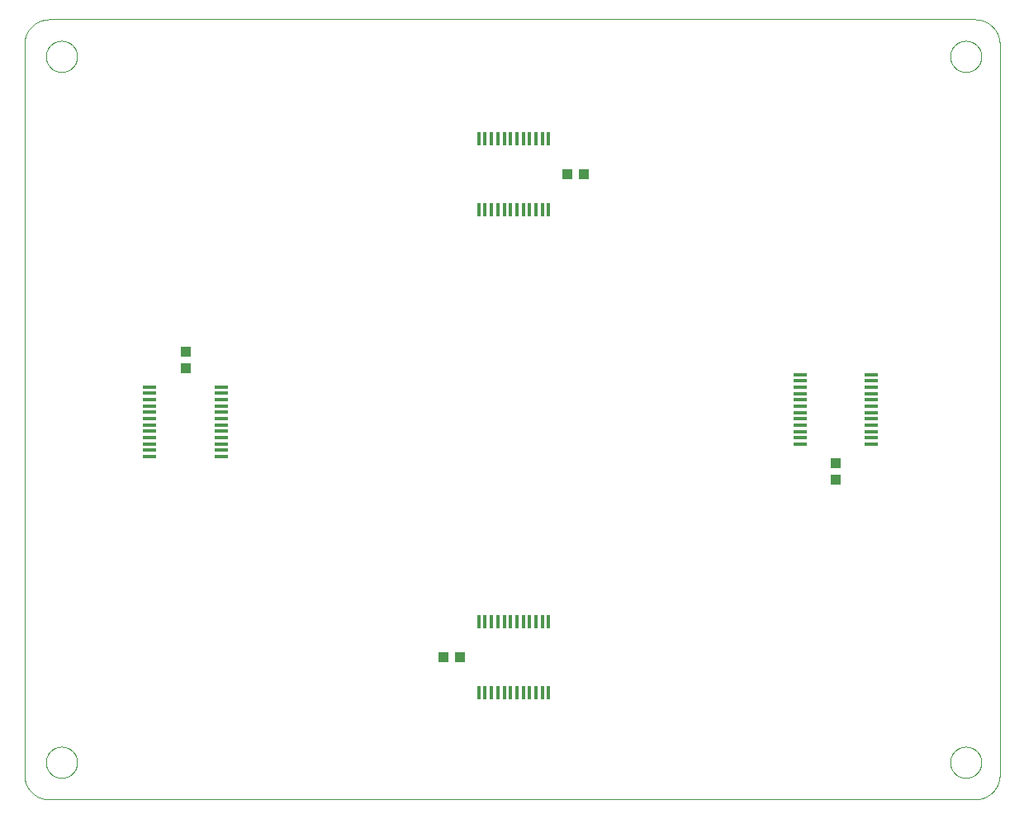
<source format=gtp>
G75*
%MOIN*%
%OFA0B0*%
%FSLAX25Y25*%
%IPPOS*%
%LPD*%
%AMOC8*
5,1,8,0,0,1.08239X$1,22.5*
%
%ADD10C,0.00000*%
%ADD11R,0.01370X0.05500*%
%ADD12R,0.04331X0.03937*%
%ADD13R,0.05500X0.01370*%
%ADD14R,0.03937X0.04331*%
D10*
X0086433Y0068933D02*
X0086433Y0363894D01*
X0086436Y0364136D01*
X0086445Y0364377D01*
X0086459Y0364618D01*
X0086480Y0364859D01*
X0086506Y0365099D01*
X0086538Y0365339D01*
X0086576Y0365578D01*
X0086619Y0365815D01*
X0086669Y0366052D01*
X0086724Y0366287D01*
X0086784Y0366521D01*
X0086851Y0366753D01*
X0086922Y0366984D01*
X0087000Y0367213D01*
X0087083Y0367440D01*
X0087171Y0367665D01*
X0087265Y0367888D01*
X0087364Y0368108D01*
X0087469Y0368326D01*
X0087578Y0368541D01*
X0087693Y0368754D01*
X0087813Y0368964D01*
X0087938Y0369170D01*
X0088068Y0369374D01*
X0088203Y0369575D01*
X0088343Y0369772D01*
X0088487Y0369966D01*
X0088636Y0370156D01*
X0088790Y0370342D01*
X0088948Y0370525D01*
X0089110Y0370704D01*
X0089277Y0370879D01*
X0089448Y0371050D01*
X0089623Y0371217D01*
X0089802Y0371379D01*
X0089985Y0371537D01*
X0090171Y0371691D01*
X0090361Y0371840D01*
X0090555Y0371984D01*
X0090752Y0372124D01*
X0090953Y0372259D01*
X0091157Y0372389D01*
X0091363Y0372514D01*
X0091573Y0372634D01*
X0091786Y0372749D01*
X0092001Y0372858D01*
X0092219Y0372963D01*
X0092439Y0373062D01*
X0092662Y0373156D01*
X0092887Y0373244D01*
X0093114Y0373327D01*
X0093343Y0373405D01*
X0093574Y0373476D01*
X0093806Y0373543D01*
X0094040Y0373603D01*
X0094275Y0373658D01*
X0094512Y0373708D01*
X0094749Y0373751D01*
X0094988Y0373789D01*
X0095228Y0373821D01*
X0095468Y0373847D01*
X0095709Y0373868D01*
X0095950Y0373882D01*
X0096191Y0373891D01*
X0096433Y0373894D01*
X0470134Y0373894D01*
X0470376Y0373891D01*
X0470617Y0373882D01*
X0470858Y0373868D01*
X0471099Y0373847D01*
X0471339Y0373821D01*
X0471579Y0373789D01*
X0471818Y0373751D01*
X0472055Y0373708D01*
X0472292Y0373658D01*
X0472527Y0373603D01*
X0472761Y0373543D01*
X0472993Y0373476D01*
X0473224Y0373405D01*
X0473453Y0373327D01*
X0473680Y0373244D01*
X0473905Y0373156D01*
X0474128Y0373062D01*
X0474348Y0372963D01*
X0474566Y0372858D01*
X0474781Y0372749D01*
X0474994Y0372634D01*
X0475204Y0372514D01*
X0475410Y0372389D01*
X0475614Y0372259D01*
X0475815Y0372124D01*
X0476012Y0371984D01*
X0476206Y0371840D01*
X0476396Y0371691D01*
X0476582Y0371537D01*
X0476765Y0371379D01*
X0476944Y0371217D01*
X0477119Y0371050D01*
X0477290Y0370879D01*
X0477457Y0370704D01*
X0477619Y0370525D01*
X0477777Y0370342D01*
X0477931Y0370156D01*
X0478080Y0369966D01*
X0478224Y0369772D01*
X0478364Y0369575D01*
X0478499Y0369374D01*
X0478629Y0369170D01*
X0478754Y0368964D01*
X0478874Y0368754D01*
X0478989Y0368541D01*
X0479098Y0368326D01*
X0479203Y0368108D01*
X0479302Y0367888D01*
X0479396Y0367665D01*
X0479484Y0367440D01*
X0479567Y0367213D01*
X0479645Y0366984D01*
X0479716Y0366753D01*
X0479783Y0366521D01*
X0479843Y0366287D01*
X0479898Y0366052D01*
X0479948Y0365815D01*
X0479991Y0365578D01*
X0480029Y0365339D01*
X0480061Y0365099D01*
X0480087Y0364859D01*
X0480108Y0364618D01*
X0480122Y0364377D01*
X0480131Y0364136D01*
X0480134Y0363894D01*
X0480134Y0068933D01*
X0480131Y0068691D01*
X0480122Y0068450D01*
X0480108Y0068209D01*
X0480087Y0067968D01*
X0480061Y0067728D01*
X0480029Y0067488D01*
X0479991Y0067249D01*
X0479948Y0067012D01*
X0479898Y0066775D01*
X0479843Y0066540D01*
X0479783Y0066306D01*
X0479716Y0066074D01*
X0479645Y0065843D01*
X0479567Y0065614D01*
X0479484Y0065387D01*
X0479396Y0065162D01*
X0479302Y0064939D01*
X0479203Y0064719D01*
X0479098Y0064501D01*
X0478989Y0064286D01*
X0478874Y0064073D01*
X0478754Y0063863D01*
X0478629Y0063657D01*
X0478499Y0063453D01*
X0478364Y0063252D01*
X0478224Y0063055D01*
X0478080Y0062861D01*
X0477931Y0062671D01*
X0477777Y0062485D01*
X0477619Y0062302D01*
X0477457Y0062123D01*
X0477290Y0061948D01*
X0477119Y0061777D01*
X0476944Y0061610D01*
X0476765Y0061448D01*
X0476582Y0061290D01*
X0476396Y0061136D01*
X0476206Y0060987D01*
X0476012Y0060843D01*
X0475815Y0060703D01*
X0475614Y0060568D01*
X0475410Y0060438D01*
X0475204Y0060313D01*
X0474994Y0060193D01*
X0474781Y0060078D01*
X0474566Y0059969D01*
X0474348Y0059864D01*
X0474128Y0059765D01*
X0473905Y0059671D01*
X0473680Y0059583D01*
X0473453Y0059500D01*
X0473224Y0059422D01*
X0472993Y0059351D01*
X0472761Y0059284D01*
X0472527Y0059224D01*
X0472292Y0059169D01*
X0472055Y0059119D01*
X0471818Y0059076D01*
X0471579Y0059038D01*
X0471339Y0059006D01*
X0471099Y0058980D01*
X0470858Y0058959D01*
X0470617Y0058945D01*
X0470376Y0058936D01*
X0470134Y0058933D01*
X0096433Y0058933D01*
X0096191Y0058936D01*
X0095950Y0058945D01*
X0095709Y0058959D01*
X0095468Y0058980D01*
X0095228Y0059006D01*
X0094988Y0059038D01*
X0094749Y0059076D01*
X0094512Y0059119D01*
X0094275Y0059169D01*
X0094040Y0059224D01*
X0093806Y0059284D01*
X0093574Y0059351D01*
X0093343Y0059422D01*
X0093114Y0059500D01*
X0092887Y0059583D01*
X0092662Y0059671D01*
X0092439Y0059765D01*
X0092219Y0059864D01*
X0092001Y0059969D01*
X0091786Y0060078D01*
X0091573Y0060193D01*
X0091363Y0060313D01*
X0091157Y0060438D01*
X0090953Y0060568D01*
X0090752Y0060703D01*
X0090555Y0060843D01*
X0090361Y0060987D01*
X0090171Y0061136D01*
X0089985Y0061290D01*
X0089802Y0061448D01*
X0089623Y0061610D01*
X0089448Y0061777D01*
X0089277Y0061948D01*
X0089110Y0062123D01*
X0088948Y0062302D01*
X0088790Y0062485D01*
X0088636Y0062671D01*
X0088487Y0062861D01*
X0088343Y0063055D01*
X0088203Y0063252D01*
X0088068Y0063453D01*
X0087938Y0063657D01*
X0087813Y0063863D01*
X0087693Y0064073D01*
X0087578Y0064286D01*
X0087469Y0064501D01*
X0087364Y0064719D01*
X0087265Y0064939D01*
X0087171Y0065162D01*
X0087083Y0065387D01*
X0087000Y0065614D01*
X0086922Y0065843D01*
X0086851Y0066074D01*
X0086784Y0066306D01*
X0086724Y0066540D01*
X0086669Y0066775D01*
X0086619Y0067012D01*
X0086576Y0067249D01*
X0086538Y0067488D01*
X0086506Y0067728D01*
X0086480Y0067968D01*
X0086459Y0068209D01*
X0086445Y0068450D01*
X0086436Y0068691D01*
X0086433Y0068933D01*
X0095134Y0073933D02*
X0095136Y0074091D01*
X0095142Y0074249D01*
X0095152Y0074407D01*
X0095166Y0074565D01*
X0095184Y0074722D01*
X0095205Y0074879D01*
X0095231Y0075035D01*
X0095261Y0075191D01*
X0095294Y0075346D01*
X0095332Y0075499D01*
X0095373Y0075652D01*
X0095418Y0075804D01*
X0095467Y0075955D01*
X0095520Y0076104D01*
X0095576Y0076252D01*
X0095636Y0076398D01*
X0095700Y0076543D01*
X0095768Y0076686D01*
X0095839Y0076828D01*
X0095913Y0076968D01*
X0095991Y0077105D01*
X0096073Y0077241D01*
X0096157Y0077375D01*
X0096246Y0077506D01*
X0096337Y0077635D01*
X0096432Y0077762D01*
X0096529Y0077887D01*
X0096630Y0078009D01*
X0096734Y0078128D01*
X0096841Y0078245D01*
X0096951Y0078359D01*
X0097064Y0078470D01*
X0097179Y0078579D01*
X0097297Y0078684D01*
X0097418Y0078786D01*
X0097541Y0078886D01*
X0097667Y0078982D01*
X0097795Y0079075D01*
X0097925Y0079165D01*
X0098058Y0079251D01*
X0098193Y0079335D01*
X0098329Y0079414D01*
X0098468Y0079491D01*
X0098609Y0079563D01*
X0098751Y0079633D01*
X0098895Y0079698D01*
X0099041Y0079760D01*
X0099188Y0079818D01*
X0099337Y0079873D01*
X0099487Y0079924D01*
X0099638Y0079971D01*
X0099790Y0080014D01*
X0099943Y0080053D01*
X0100098Y0080089D01*
X0100253Y0080120D01*
X0100409Y0080148D01*
X0100565Y0080172D01*
X0100722Y0080192D01*
X0100880Y0080208D01*
X0101037Y0080220D01*
X0101196Y0080228D01*
X0101354Y0080232D01*
X0101512Y0080232D01*
X0101670Y0080228D01*
X0101829Y0080220D01*
X0101986Y0080208D01*
X0102144Y0080192D01*
X0102301Y0080172D01*
X0102457Y0080148D01*
X0102613Y0080120D01*
X0102768Y0080089D01*
X0102923Y0080053D01*
X0103076Y0080014D01*
X0103228Y0079971D01*
X0103379Y0079924D01*
X0103529Y0079873D01*
X0103678Y0079818D01*
X0103825Y0079760D01*
X0103971Y0079698D01*
X0104115Y0079633D01*
X0104257Y0079563D01*
X0104398Y0079491D01*
X0104537Y0079414D01*
X0104673Y0079335D01*
X0104808Y0079251D01*
X0104941Y0079165D01*
X0105071Y0079075D01*
X0105199Y0078982D01*
X0105325Y0078886D01*
X0105448Y0078786D01*
X0105569Y0078684D01*
X0105687Y0078579D01*
X0105802Y0078470D01*
X0105915Y0078359D01*
X0106025Y0078245D01*
X0106132Y0078128D01*
X0106236Y0078009D01*
X0106337Y0077887D01*
X0106434Y0077762D01*
X0106529Y0077635D01*
X0106620Y0077506D01*
X0106709Y0077375D01*
X0106793Y0077241D01*
X0106875Y0077105D01*
X0106953Y0076968D01*
X0107027Y0076828D01*
X0107098Y0076686D01*
X0107166Y0076543D01*
X0107230Y0076398D01*
X0107290Y0076252D01*
X0107346Y0076104D01*
X0107399Y0075955D01*
X0107448Y0075804D01*
X0107493Y0075652D01*
X0107534Y0075499D01*
X0107572Y0075346D01*
X0107605Y0075191D01*
X0107635Y0075035D01*
X0107661Y0074879D01*
X0107682Y0074722D01*
X0107700Y0074565D01*
X0107714Y0074407D01*
X0107724Y0074249D01*
X0107730Y0074091D01*
X0107732Y0073933D01*
X0107730Y0073775D01*
X0107724Y0073617D01*
X0107714Y0073459D01*
X0107700Y0073301D01*
X0107682Y0073144D01*
X0107661Y0072987D01*
X0107635Y0072831D01*
X0107605Y0072675D01*
X0107572Y0072520D01*
X0107534Y0072367D01*
X0107493Y0072214D01*
X0107448Y0072062D01*
X0107399Y0071911D01*
X0107346Y0071762D01*
X0107290Y0071614D01*
X0107230Y0071468D01*
X0107166Y0071323D01*
X0107098Y0071180D01*
X0107027Y0071038D01*
X0106953Y0070898D01*
X0106875Y0070761D01*
X0106793Y0070625D01*
X0106709Y0070491D01*
X0106620Y0070360D01*
X0106529Y0070231D01*
X0106434Y0070104D01*
X0106337Y0069979D01*
X0106236Y0069857D01*
X0106132Y0069738D01*
X0106025Y0069621D01*
X0105915Y0069507D01*
X0105802Y0069396D01*
X0105687Y0069287D01*
X0105569Y0069182D01*
X0105448Y0069080D01*
X0105325Y0068980D01*
X0105199Y0068884D01*
X0105071Y0068791D01*
X0104941Y0068701D01*
X0104808Y0068615D01*
X0104673Y0068531D01*
X0104537Y0068452D01*
X0104398Y0068375D01*
X0104257Y0068303D01*
X0104115Y0068233D01*
X0103971Y0068168D01*
X0103825Y0068106D01*
X0103678Y0068048D01*
X0103529Y0067993D01*
X0103379Y0067942D01*
X0103228Y0067895D01*
X0103076Y0067852D01*
X0102923Y0067813D01*
X0102768Y0067777D01*
X0102613Y0067746D01*
X0102457Y0067718D01*
X0102301Y0067694D01*
X0102144Y0067674D01*
X0101986Y0067658D01*
X0101829Y0067646D01*
X0101670Y0067638D01*
X0101512Y0067634D01*
X0101354Y0067634D01*
X0101196Y0067638D01*
X0101037Y0067646D01*
X0100880Y0067658D01*
X0100722Y0067674D01*
X0100565Y0067694D01*
X0100409Y0067718D01*
X0100253Y0067746D01*
X0100098Y0067777D01*
X0099943Y0067813D01*
X0099790Y0067852D01*
X0099638Y0067895D01*
X0099487Y0067942D01*
X0099337Y0067993D01*
X0099188Y0068048D01*
X0099041Y0068106D01*
X0098895Y0068168D01*
X0098751Y0068233D01*
X0098609Y0068303D01*
X0098468Y0068375D01*
X0098329Y0068452D01*
X0098193Y0068531D01*
X0098058Y0068615D01*
X0097925Y0068701D01*
X0097795Y0068791D01*
X0097667Y0068884D01*
X0097541Y0068980D01*
X0097418Y0069080D01*
X0097297Y0069182D01*
X0097179Y0069287D01*
X0097064Y0069396D01*
X0096951Y0069507D01*
X0096841Y0069621D01*
X0096734Y0069738D01*
X0096630Y0069857D01*
X0096529Y0069979D01*
X0096432Y0070104D01*
X0096337Y0070231D01*
X0096246Y0070360D01*
X0096157Y0070491D01*
X0096073Y0070625D01*
X0095991Y0070761D01*
X0095913Y0070898D01*
X0095839Y0071038D01*
X0095768Y0071180D01*
X0095700Y0071323D01*
X0095636Y0071468D01*
X0095576Y0071614D01*
X0095520Y0071762D01*
X0095467Y0071911D01*
X0095418Y0072062D01*
X0095373Y0072214D01*
X0095332Y0072367D01*
X0095294Y0072520D01*
X0095261Y0072675D01*
X0095231Y0072831D01*
X0095205Y0072987D01*
X0095184Y0073144D01*
X0095166Y0073301D01*
X0095152Y0073459D01*
X0095142Y0073617D01*
X0095136Y0073775D01*
X0095134Y0073933D01*
X0460134Y0073933D02*
X0460136Y0074091D01*
X0460142Y0074249D01*
X0460152Y0074407D01*
X0460166Y0074565D01*
X0460184Y0074722D01*
X0460205Y0074879D01*
X0460231Y0075035D01*
X0460261Y0075191D01*
X0460294Y0075346D01*
X0460332Y0075499D01*
X0460373Y0075652D01*
X0460418Y0075804D01*
X0460467Y0075955D01*
X0460520Y0076104D01*
X0460576Y0076252D01*
X0460636Y0076398D01*
X0460700Y0076543D01*
X0460768Y0076686D01*
X0460839Y0076828D01*
X0460913Y0076968D01*
X0460991Y0077105D01*
X0461073Y0077241D01*
X0461157Y0077375D01*
X0461246Y0077506D01*
X0461337Y0077635D01*
X0461432Y0077762D01*
X0461529Y0077887D01*
X0461630Y0078009D01*
X0461734Y0078128D01*
X0461841Y0078245D01*
X0461951Y0078359D01*
X0462064Y0078470D01*
X0462179Y0078579D01*
X0462297Y0078684D01*
X0462418Y0078786D01*
X0462541Y0078886D01*
X0462667Y0078982D01*
X0462795Y0079075D01*
X0462925Y0079165D01*
X0463058Y0079251D01*
X0463193Y0079335D01*
X0463329Y0079414D01*
X0463468Y0079491D01*
X0463609Y0079563D01*
X0463751Y0079633D01*
X0463895Y0079698D01*
X0464041Y0079760D01*
X0464188Y0079818D01*
X0464337Y0079873D01*
X0464487Y0079924D01*
X0464638Y0079971D01*
X0464790Y0080014D01*
X0464943Y0080053D01*
X0465098Y0080089D01*
X0465253Y0080120D01*
X0465409Y0080148D01*
X0465565Y0080172D01*
X0465722Y0080192D01*
X0465880Y0080208D01*
X0466037Y0080220D01*
X0466196Y0080228D01*
X0466354Y0080232D01*
X0466512Y0080232D01*
X0466670Y0080228D01*
X0466829Y0080220D01*
X0466986Y0080208D01*
X0467144Y0080192D01*
X0467301Y0080172D01*
X0467457Y0080148D01*
X0467613Y0080120D01*
X0467768Y0080089D01*
X0467923Y0080053D01*
X0468076Y0080014D01*
X0468228Y0079971D01*
X0468379Y0079924D01*
X0468529Y0079873D01*
X0468678Y0079818D01*
X0468825Y0079760D01*
X0468971Y0079698D01*
X0469115Y0079633D01*
X0469257Y0079563D01*
X0469398Y0079491D01*
X0469537Y0079414D01*
X0469673Y0079335D01*
X0469808Y0079251D01*
X0469941Y0079165D01*
X0470071Y0079075D01*
X0470199Y0078982D01*
X0470325Y0078886D01*
X0470448Y0078786D01*
X0470569Y0078684D01*
X0470687Y0078579D01*
X0470802Y0078470D01*
X0470915Y0078359D01*
X0471025Y0078245D01*
X0471132Y0078128D01*
X0471236Y0078009D01*
X0471337Y0077887D01*
X0471434Y0077762D01*
X0471529Y0077635D01*
X0471620Y0077506D01*
X0471709Y0077375D01*
X0471793Y0077241D01*
X0471875Y0077105D01*
X0471953Y0076968D01*
X0472027Y0076828D01*
X0472098Y0076686D01*
X0472166Y0076543D01*
X0472230Y0076398D01*
X0472290Y0076252D01*
X0472346Y0076104D01*
X0472399Y0075955D01*
X0472448Y0075804D01*
X0472493Y0075652D01*
X0472534Y0075499D01*
X0472572Y0075346D01*
X0472605Y0075191D01*
X0472635Y0075035D01*
X0472661Y0074879D01*
X0472682Y0074722D01*
X0472700Y0074565D01*
X0472714Y0074407D01*
X0472724Y0074249D01*
X0472730Y0074091D01*
X0472732Y0073933D01*
X0472730Y0073775D01*
X0472724Y0073617D01*
X0472714Y0073459D01*
X0472700Y0073301D01*
X0472682Y0073144D01*
X0472661Y0072987D01*
X0472635Y0072831D01*
X0472605Y0072675D01*
X0472572Y0072520D01*
X0472534Y0072367D01*
X0472493Y0072214D01*
X0472448Y0072062D01*
X0472399Y0071911D01*
X0472346Y0071762D01*
X0472290Y0071614D01*
X0472230Y0071468D01*
X0472166Y0071323D01*
X0472098Y0071180D01*
X0472027Y0071038D01*
X0471953Y0070898D01*
X0471875Y0070761D01*
X0471793Y0070625D01*
X0471709Y0070491D01*
X0471620Y0070360D01*
X0471529Y0070231D01*
X0471434Y0070104D01*
X0471337Y0069979D01*
X0471236Y0069857D01*
X0471132Y0069738D01*
X0471025Y0069621D01*
X0470915Y0069507D01*
X0470802Y0069396D01*
X0470687Y0069287D01*
X0470569Y0069182D01*
X0470448Y0069080D01*
X0470325Y0068980D01*
X0470199Y0068884D01*
X0470071Y0068791D01*
X0469941Y0068701D01*
X0469808Y0068615D01*
X0469673Y0068531D01*
X0469537Y0068452D01*
X0469398Y0068375D01*
X0469257Y0068303D01*
X0469115Y0068233D01*
X0468971Y0068168D01*
X0468825Y0068106D01*
X0468678Y0068048D01*
X0468529Y0067993D01*
X0468379Y0067942D01*
X0468228Y0067895D01*
X0468076Y0067852D01*
X0467923Y0067813D01*
X0467768Y0067777D01*
X0467613Y0067746D01*
X0467457Y0067718D01*
X0467301Y0067694D01*
X0467144Y0067674D01*
X0466986Y0067658D01*
X0466829Y0067646D01*
X0466670Y0067638D01*
X0466512Y0067634D01*
X0466354Y0067634D01*
X0466196Y0067638D01*
X0466037Y0067646D01*
X0465880Y0067658D01*
X0465722Y0067674D01*
X0465565Y0067694D01*
X0465409Y0067718D01*
X0465253Y0067746D01*
X0465098Y0067777D01*
X0464943Y0067813D01*
X0464790Y0067852D01*
X0464638Y0067895D01*
X0464487Y0067942D01*
X0464337Y0067993D01*
X0464188Y0068048D01*
X0464041Y0068106D01*
X0463895Y0068168D01*
X0463751Y0068233D01*
X0463609Y0068303D01*
X0463468Y0068375D01*
X0463329Y0068452D01*
X0463193Y0068531D01*
X0463058Y0068615D01*
X0462925Y0068701D01*
X0462795Y0068791D01*
X0462667Y0068884D01*
X0462541Y0068980D01*
X0462418Y0069080D01*
X0462297Y0069182D01*
X0462179Y0069287D01*
X0462064Y0069396D01*
X0461951Y0069507D01*
X0461841Y0069621D01*
X0461734Y0069738D01*
X0461630Y0069857D01*
X0461529Y0069979D01*
X0461432Y0070104D01*
X0461337Y0070231D01*
X0461246Y0070360D01*
X0461157Y0070491D01*
X0461073Y0070625D01*
X0460991Y0070761D01*
X0460913Y0070898D01*
X0460839Y0071038D01*
X0460768Y0071180D01*
X0460700Y0071323D01*
X0460636Y0071468D01*
X0460576Y0071614D01*
X0460520Y0071762D01*
X0460467Y0071911D01*
X0460418Y0072062D01*
X0460373Y0072214D01*
X0460332Y0072367D01*
X0460294Y0072520D01*
X0460261Y0072675D01*
X0460231Y0072831D01*
X0460205Y0072987D01*
X0460184Y0073144D01*
X0460166Y0073301D01*
X0460152Y0073459D01*
X0460142Y0073617D01*
X0460136Y0073775D01*
X0460134Y0073933D01*
X0460134Y0358933D02*
X0460136Y0359091D01*
X0460142Y0359249D01*
X0460152Y0359407D01*
X0460166Y0359565D01*
X0460184Y0359722D01*
X0460205Y0359879D01*
X0460231Y0360035D01*
X0460261Y0360191D01*
X0460294Y0360346D01*
X0460332Y0360499D01*
X0460373Y0360652D01*
X0460418Y0360804D01*
X0460467Y0360955D01*
X0460520Y0361104D01*
X0460576Y0361252D01*
X0460636Y0361398D01*
X0460700Y0361543D01*
X0460768Y0361686D01*
X0460839Y0361828D01*
X0460913Y0361968D01*
X0460991Y0362105D01*
X0461073Y0362241D01*
X0461157Y0362375D01*
X0461246Y0362506D01*
X0461337Y0362635D01*
X0461432Y0362762D01*
X0461529Y0362887D01*
X0461630Y0363009D01*
X0461734Y0363128D01*
X0461841Y0363245D01*
X0461951Y0363359D01*
X0462064Y0363470D01*
X0462179Y0363579D01*
X0462297Y0363684D01*
X0462418Y0363786D01*
X0462541Y0363886D01*
X0462667Y0363982D01*
X0462795Y0364075D01*
X0462925Y0364165D01*
X0463058Y0364251D01*
X0463193Y0364335D01*
X0463329Y0364414D01*
X0463468Y0364491D01*
X0463609Y0364563D01*
X0463751Y0364633D01*
X0463895Y0364698D01*
X0464041Y0364760D01*
X0464188Y0364818D01*
X0464337Y0364873D01*
X0464487Y0364924D01*
X0464638Y0364971D01*
X0464790Y0365014D01*
X0464943Y0365053D01*
X0465098Y0365089D01*
X0465253Y0365120D01*
X0465409Y0365148D01*
X0465565Y0365172D01*
X0465722Y0365192D01*
X0465880Y0365208D01*
X0466037Y0365220D01*
X0466196Y0365228D01*
X0466354Y0365232D01*
X0466512Y0365232D01*
X0466670Y0365228D01*
X0466829Y0365220D01*
X0466986Y0365208D01*
X0467144Y0365192D01*
X0467301Y0365172D01*
X0467457Y0365148D01*
X0467613Y0365120D01*
X0467768Y0365089D01*
X0467923Y0365053D01*
X0468076Y0365014D01*
X0468228Y0364971D01*
X0468379Y0364924D01*
X0468529Y0364873D01*
X0468678Y0364818D01*
X0468825Y0364760D01*
X0468971Y0364698D01*
X0469115Y0364633D01*
X0469257Y0364563D01*
X0469398Y0364491D01*
X0469537Y0364414D01*
X0469673Y0364335D01*
X0469808Y0364251D01*
X0469941Y0364165D01*
X0470071Y0364075D01*
X0470199Y0363982D01*
X0470325Y0363886D01*
X0470448Y0363786D01*
X0470569Y0363684D01*
X0470687Y0363579D01*
X0470802Y0363470D01*
X0470915Y0363359D01*
X0471025Y0363245D01*
X0471132Y0363128D01*
X0471236Y0363009D01*
X0471337Y0362887D01*
X0471434Y0362762D01*
X0471529Y0362635D01*
X0471620Y0362506D01*
X0471709Y0362375D01*
X0471793Y0362241D01*
X0471875Y0362105D01*
X0471953Y0361968D01*
X0472027Y0361828D01*
X0472098Y0361686D01*
X0472166Y0361543D01*
X0472230Y0361398D01*
X0472290Y0361252D01*
X0472346Y0361104D01*
X0472399Y0360955D01*
X0472448Y0360804D01*
X0472493Y0360652D01*
X0472534Y0360499D01*
X0472572Y0360346D01*
X0472605Y0360191D01*
X0472635Y0360035D01*
X0472661Y0359879D01*
X0472682Y0359722D01*
X0472700Y0359565D01*
X0472714Y0359407D01*
X0472724Y0359249D01*
X0472730Y0359091D01*
X0472732Y0358933D01*
X0472730Y0358775D01*
X0472724Y0358617D01*
X0472714Y0358459D01*
X0472700Y0358301D01*
X0472682Y0358144D01*
X0472661Y0357987D01*
X0472635Y0357831D01*
X0472605Y0357675D01*
X0472572Y0357520D01*
X0472534Y0357367D01*
X0472493Y0357214D01*
X0472448Y0357062D01*
X0472399Y0356911D01*
X0472346Y0356762D01*
X0472290Y0356614D01*
X0472230Y0356468D01*
X0472166Y0356323D01*
X0472098Y0356180D01*
X0472027Y0356038D01*
X0471953Y0355898D01*
X0471875Y0355761D01*
X0471793Y0355625D01*
X0471709Y0355491D01*
X0471620Y0355360D01*
X0471529Y0355231D01*
X0471434Y0355104D01*
X0471337Y0354979D01*
X0471236Y0354857D01*
X0471132Y0354738D01*
X0471025Y0354621D01*
X0470915Y0354507D01*
X0470802Y0354396D01*
X0470687Y0354287D01*
X0470569Y0354182D01*
X0470448Y0354080D01*
X0470325Y0353980D01*
X0470199Y0353884D01*
X0470071Y0353791D01*
X0469941Y0353701D01*
X0469808Y0353615D01*
X0469673Y0353531D01*
X0469537Y0353452D01*
X0469398Y0353375D01*
X0469257Y0353303D01*
X0469115Y0353233D01*
X0468971Y0353168D01*
X0468825Y0353106D01*
X0468678Y0353048D01*
X0468529Y0352993D01*
X0468379Y0352942D01*
X0468228Y0352895D01*
X0468076Y0352852D01*
X0467923Y0352813D01*
X0467768Y0352777D01*
X0467613Y0352746D01*
X0467457Y0352718D01*
X0467301Y0352694D01*
X0467144Y0352674D01*
X0466986Y0352658D01*
X0466829Y0352646D01*
X0466670Y0352638D01*
X0466512Y0352634D01*
X0466354Y0352634D01*
X0466196Y0352638D01*
X0466037Y0352646D01*
X0465880Y0352658D01*
X0465722Y0352674D01*
X0465565Y0352694D01*
X0465409Y0352718D01*
X0465253Y0352746D01*
X0465098Y0352777D01*
X0464943Y0352813D01*
X0464790Y0352852D01*
X0464638Y0352895D01*
X0464487Y0352942D01*
X0464337Y0352993D01*
X0464188Y0353048D01*
X0464041Y0353106D01*
X0463895Y0353168D01*
X0463751Y0353233D01*
X0463609Y0353303D01*
X0463468Y0353375D01*
X0463329Y0353452D01*
X0463193Y0353531D01*
X0463058Y0353615D01*
X0462925Y0353701D01*
X0462795Y0353791D01*
X0462667Y0353884D01*
X0462541Y0353980D01*
X0462418Y0354080D01*
X0462297Y0354182D01*
X0462179Y0354287D01*
X0462064Y0354396D01*
X0461951Y0354507D01*
X0461841Y0354621D01*
X0461734Y0354738D01*
X0461630Y0354857D01*
X0461529Y0354979D01*
X0461432Y0355104D01*
X0461337Y0355231D01*
X0461246Y0355360D01*
X0461157Y0355491D01*
X0461073Y0355625D01*
X0460991Y0355761D01*
X0460913Y0355898D01*
X0460839Y0356038D01*
X0460768Y0356180D01*
X0460700Y0356323D01*
X0460636Y0356468D01*
X0460576Y0356614D01*
X0460520Y0356762D01*
X0460467Y0356911D01*
X0460418Y0357062D01*
X0460373Y0357214D01*
X0460332Y0357367D01*
X0460294Y0357520D01*
X0460261Y0357675D01*
X0460231Y0357831D01*
X0460205Y0357987D01*
X0460184Y0358144D01*
X0460166Y0358301D01*
X0460152Y0358459D01*
X0460142Y0358617D01*
X0460136Y0358775D01*
X0460134Y0358933D01*
X0095134Y0358933D02*
X0095136Y0359091D01*
X0095142Y0359249D01*
X0095152Y0359407D01*
X0095166Y0359565D01*
X0095184Y0359722D01*
X0095205Y0359879D01*
X0095231Y0360035D01*
X0095261Y0360191D01*
X0095294Y0360346D01*
X0095332Y0360499D01*
X0095373Y0360652D01*
X0095418Y0360804D01*
X0095467Y0360955D01*
X0095520Y0361104D01*
X0095576Y0361252D01*
X0095636Y0361398D01*
X0095700Y0361543D01*
X0095768Y0361686D01*
X0095839Y0361828D01*
X0095913Y0361968D01*
X0095991Y0362105D01*
X0096073Y0362241D01*
X0096157Y0362375D01*
X0096246Y0362506D01*
X0096337Y0362635D01*
X0096432Y0362762D01*
X0096529Y0362887D01*
X0096630Y0363009D01*
X0096734Y0363128D01*
X0096841Y0363245D01*
X0096951Y0363359D01*
X0097064Y0363470D01*
X0097179Y0363579D01*
X0097297Y0363684D01*
X0097418Y0363786D01*
X0097541Y0363886D01*
X0097667Y0363982D01*
X0097795Y0364075D01*
X0097925Y0364165D01*
X0098058Y0364251D01*
X0098193Y0364335D01*
X0098329Y0364414D01*
X0098468Y0364491D01*
X0098609Y0364563D01*
X0098751Y0364633D01*
X0098895Y0364698D01*
X0099041Y0364760D01*
X0099188Y0364818D01*
X0099337Y0364873D01*
X0099487Y0364924D01*
X0099638Y0364971D01*
X0099790Y0365014D01*
X0099943Y0365053D01*
X0100098Y0365089D01*
X0100253Y0365120D01*
X0100409Y0365148D01*
X0100565Y0365172D01*
X0100722Y0365192D01*
X0100880Y0365208D01*
X0101037Y0365220D01*
X0101196Y0365228D01*
X0101354Y0365232D01*
X0101512Y0365232D01*
X0101670Y0365228D01*
X0101829Y0365220D01*
X0101986Y0365208D01*
X0102144Y0365192D01*
X0102301Y0365172D01*
X0102457Y0365148D01*
X0102613Y0365120D01*
X0102768Y0365089D01*
X0102923Y0365053D01*
X0103076Y0365014D01*
X0103228Y0364971D01*
X0103379Y0364924D01*
X0103529Y0364873D01*
X0103678Y0364818D01*
X0103825Y0364760D01*
X0103971Y0364698D01*
X0104115Y0364633D01*
X0104257Y0364563D01*
X0104398Y0364491D01*
X0104537Y0364414D01*
X0104673Y0364335D01*
X0104808Y0364251D01*
X0104941Y0364165D01*
X0105071Y0364075D01*
X0105199Y0363982D01*
X0105325Y0363886D01*
X0105448Y0363786D01*
X0105569Y0363684D01*
X0105687Y0363579D01*
X0105802Y0363470D01*
X0105915Y0363359D01*
X0106025Y0363245D01*
X0106132Y0363128D01*
X0106236Y0363009D01*
X0106337Y0362887D01*
X0106434Y0362762D01*
X0106529Y0362635D01*
X0106620Y0362506D01*
X0106709Y0362375D01*
X0106793Y0362241D01*
X0106875Y0362105D01*
X0106953Y0361968D01*
X0107027Y0361828D01*
X0107098Y0361686D01*
X0107166Y0361543D01*
X0107230Y0361398D01*
X0107290Y0361252D01*
X0107346Y0361104D01*
X0107399Y0360955D01*
X0107448Y0360804D01*
X0107493Y0360652D01*
X0107534Y0360499D01*
X0107572Y0360346D01*
X0107605Y0360191D01*
X0107635Y0360035D01*
X0107661Y0359879D01*
X0107682Y0359722D01*
X0107700Y0359565D01*
X0107714Y0359407D01*
X0107724Y0359249D01*
X0107730Y0359091D01*
X0107732Y0358933D01*
X0107730Y0358775D01*
X0107724Y0358617D01*
X0107714Y0358459D01*
X0107700Y0358301D01*
X0107682Y0358144D01*
X0107661Y0357987D01*
X0107635Y0357831D01*
X0107605Y0357675D01*
X0107572Y0357520D01*
X0107534Y0357367D01*
X0107493Y0357214D01*
X0107448Y0357062D01*
X0107399Y0356911D01*
X0107346Y0356762D01*
X0107290Y0356614D01*
X0107230Y0356468D01*
X0107166Y0356323D01*
X0107098Y0356180D01*
X0107027Y0356038D01*
X0106953Y0355898D01*
X0106875Y0355761D01*
X0106793Y0355625D01*
X0106709Y0355491D01*
X0106620Y0355360D01*
X0106529Y0355231D01*
X0106434Y0355104D01*
X0106337Y0354979D01*
X0106236Y0354857D01*
X0106132Y0354738D01*
X0106025Y0354621D01*
X0105915Y0354507D01*
X0105802Y0354396D01*
X0105687Y0354287D01*
X0105569Y0354182D01*
X0105448Y0354080D01*
X0105325Y0353980D01*
X0105199Y0353884D01*
X0105071Y0353791D01*
X0104941Y0353701D01*
X0104808Y0353615D01*
X0104673Y0353531D01*
X0104537Y0353452D01*
X0104398Y0353375D01*
X0104257Y0353303D01*
X0104115Y0353233D01*
X0103971Y0353168D01*
X0103825Y0353106D01*
X0103678Y0353048D01*
X0103529Y0352993D01*
X0103379Y0352942D01*
X0103228Y0352895D01*
X0103076Y0352852D01*
X0102923Y0352813D01*
X0102768Y0352777D01*
X0102613Y0352746D01*
X0102457Y0352718D01*
X0102301Y0352694D01*
X0102144Y0352674D01*
X0101986Y0352658D01*
X0101829Y0352646D01*
X0101670Y0352638D01*
X0101512Y0352634D01*
X0101354Y0352634D01*
X0101196Y0352638D01*
X0101037Y0352646D01*
X0100880Y0352658D01*
X0100722Y0352674D01*
X0100565Y0352694D01*
X0100409Y0352718D01*
X0100253Y0352746D01*
X0100098Y0352777D01*
X0099943Y0352813D01*
X0099790Y0352852D01*
X0099638Y0352895D01*
X0099487Y0352942D01*
X0099337Y0352993D01*
X0099188Y0353048D01*
X0099041Y0353106D01*
X0098895Y0353168D01*
X0098751Y0353233D01*
X0098609Y0353303D01*
X0098468Y0353375D01*
X0098329Y0353452D01*
X0098193Y0353531D01*
X0098058Y0353615D01*
X0097925Y0353701D01*
X0097795Y0353791D01*
X0097667Y0353884D01*
X0097541Y0353980D01*
X0097418Y0354080D01*
X0097297Y0354182D01*
X0097179Y0354287D01*
X0097064Y0354396D01*
X0096951Y0354507D01*
X0096841Y0354621D01*
X0096734Y0354738D01*
X0096630Y0354857D01*
X0096529Y0354979D01*
X0096432Y0355104D01*
X0096337Y0355231D01*
X0096246Y0355360D01*
X0096157Y0355491D01*
X0096073Y0355625D01*
X0095991Y0355761D01*
X0095913Y0355898D01*
X0095839Y0356038D01*
X0095768Y0356180D01*
X0095700Y0356323D01*
X0095636Y0356468D01*
X0095576Y0356614D01*
X0095520Y0356762D01*
X0095467Y0356911D01*
X0095418Y0357062D01*
X0095373Y0357214D01*
X0095332Y0357367D01*
X0095294Y0357520D01*
X0095261Y0357675D01*
X0095231Y0357831D01*
X0095205Y0357987D01*
X0095184Y0358144D01*
X0095166Y0358301D01*
X0095152Y0358459D01*
X0095142Y0358617D01*
X0095136Y0358775D01*
X0095134Y0358933D01*
D11*
X0269858Y0325827D03*
X0272417Y0325827D03*
X0274976Y0325827D03*
X0277535Y0325827D03*
X0280094Y0325827D03*
X0282654Y0325827D03*
X0285213Y0325827D03*
X0287772Y0325827D03*
X0290331Y0325827D03*
X0292890Y0325827D03*
X0295449Y0325827D03*
X0298008Y0325827D03*
X0298008Y0297039D03*
X0295449Y0297039D03*
X0292890Y0297039D03*
X0290331Y0297039D03*
X0287772Y0297039D03*
X0285213Y0297039D03*
X0282654Y0297039D03*
X0280094Y0297039D03*
X0277535Y0297039D03*
X0274976Y0297039D03*
X0272417Y0297039D03*
X0269858Y0297039D03*
X0269858Y0130827D03*
X0272417Y0130827D03*
X0274976Y0130827D03*
X0277535Y0130827D03*
X0280094Y0130827D03*
X0282654Y0130827D03*
X0285213Y0130827D03*
X0287772Y0130827D03*
X0290331Y0130827D03*
X0292890Y0130827D03*
X0295449Y0130827D03*
X0298008Y0130827D03*
X0298008Y0102039D03*
X0295449Y0102039D03*
X0292890Y0102039D03*
X0290331Y0102039D03*
X0287772Y0102039D03*
X0285213Y0102039D03*
X0282654Y0102039D03*
X0280094Y0102039D03*
X0277535Y0102039D03*
X0274976Y0102039D03*
X0272417Y0102039D03*
X0269858Y0102039D03*
D12*
X0262280Y0116433D03*
X0255587Y0116433D03*
X0305587Y0311433D03*
X0312280Y0311433D03*
D13*
X0399539Y0230508D03*
X0399539Y0227949D03*
X0399539Y0225390D03*
X0399539Y0222831D03*
X0399539Y0220272D03*
X0399539Y0217713D03*
X0399539Y0215154D03*
X0399539Y0212594D03*
X0399539Y0210035D03*
X0399539Y0207476D03*
X0399539Y0204917D03*
X0399539Y0202358D03*
X0428327Y0202358D03*
X0428327Y0204917D03*
X0428327Y0207476D03*
X0428327Y0210035D03*
X0428327Y0212594D03*
X0428327Y0215154D03*
X0428327Y0217713D03*
X0428327Y0220272D03*
X0428327Y0222831D03*
X0428327Y0225390D03*
X0428327Y0227949D03*
X0428327Y0230508D03*
X0165827Y0225508D03*
X0165827Y0222949D03*
X0165827Y0220390D03*
X0165827Y0217831D03*
X0165827Y0215272D03*
X0165827Y0212713D03*
X0165827Y0210154D03*
X0165827Y0207594D03*
X0165827Y0205035D03*
X0165827Y0202476D03*
X0165827Y0199917D03*
X0165827Y0197358D03*
X0137039Y0197358D03*
X0137039Y0199917D03*
X0137039Y0202476D03*
X0137039Y0205035D03*
X0137039Y0207594D03*
X0137039Y0210154D03*
X0137039Y0212713D03*
X0137039Y0215272D03*
X0137039Y0217831D03*
X0137039Y0220390D03*
X0137039Y0222949D03*
X0137039Y0225508D03*
D14*
X0151433Y0233087D03*
X0151433Y0239780D03*
X0413933Y0194780D03*
X0413933Y0188087D03*
M02*

</source>
